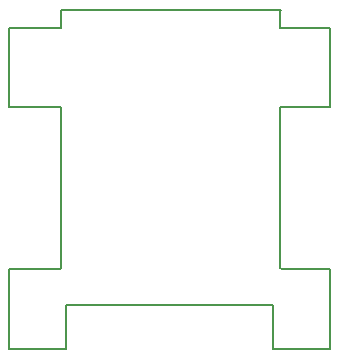
<source format=gbr>
G04 start of page 3 for group 1 idx 12 *
G04 Title: (unknown), outline *
G04 Creator: pcb 4.2.0 *
G04 CreationDate: Wed Sep 23 11:56:37 2020 UTC *
G04 For: commonadmin *
G04 Format: Gerber/RS-274X *
G04 PCB-Dimensions (mil): 1250.00 1500.00 *
G04 PCB-Coordinate-Origin: lower left *
%MOIN*%
%FSLAX25Y25*%
%LNOUTLINE*%
%ADD30C,0.0060*%
G54D30*X101531Y126500D02*X28500D01*
X101500D02*Y120500D01*
X118000D01*
X101500Y40500D02*X102000Y40000D01*
X118000D01*
Y13500D01*
X101500Y40500D02*Y94000D01*
X118000Y120500D02*Y94000D01*
X101500D01*
X118000Y13500D02*X99000D01*
X28000Y40000D02*X28500Y40500D01*
X28000Y40000D02*X11000D01*
Y13500D01*
X30000D01*
Y28000D01*
X99000Y13500D02*Y28000D01*
X30000D01*
X28500Y126500D02*Y120500D01*
X11000D02*Y94000D01*
X28500D01*
Y40500D01*
X11000Y120500D02*X28500D01*
M02*

</source>
